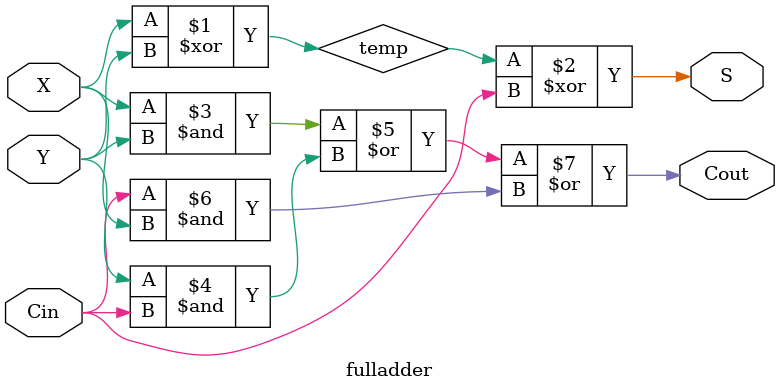
<source format=v>
`timescale 1ns / 1ps
module delay_rca(X, Y, Cin, S, Cout);
 input [3:0] X, Y, Cin;
 output [3:0] S;
 output Cout;
 wire w1, w2, w3;
 fulladder u1(X[0], Y[0], Cin, S[0], w1);
 fulladder u2(X[1], Y[1], w1, S[1], w2);
 fulladder u3(X[2], Y[2], w2, S[2], w3);
 fulladder u4(X[3], Y[3], w3, S[3], Cout);
endmodule

module fulladder(X, Y, Cin, S, Cout);
  input X, Y, Cin;
  output S, Cout;
  wire temp;
  assign temp = X ^ Y;
  assign #2 S = temp ^ Cin;
  assign #2 Cout = X&Y | Y&Cin | Cin&X;
	
endmodule



</source>
